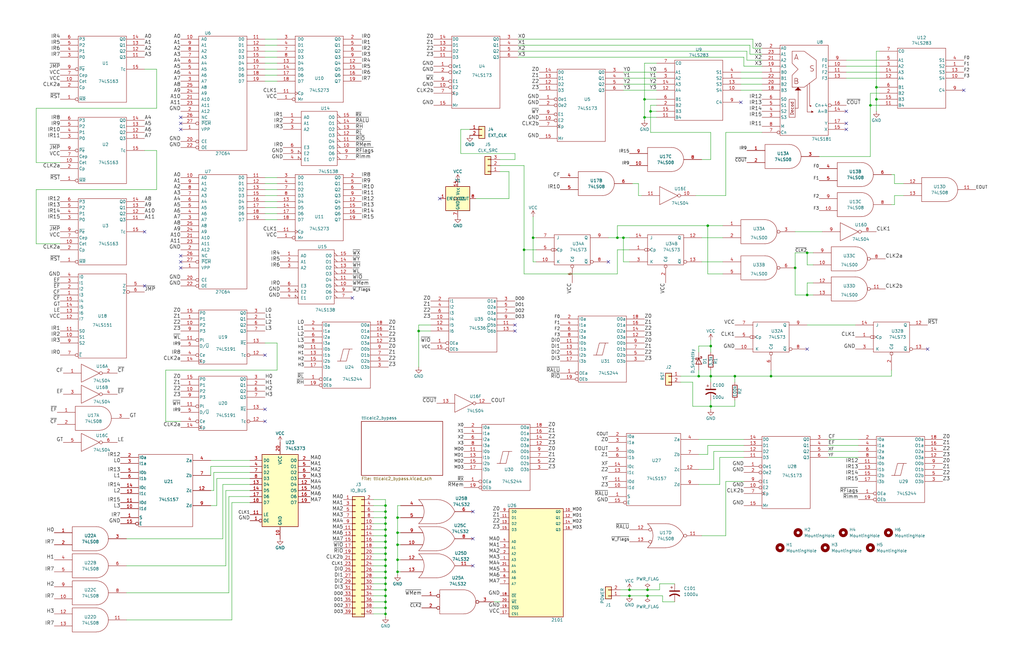
<source format=kicad_sch>
(kicad_sch (version 20250114) (generator "eeschema") (generator_version "9.0")
  (paper "USLedger")
  (title_block (title "TTL Calculator Logic Board") (date "2025-02-12") (rev "B"))
  (junction (at 162.56 213.36))
  (junction (at 162.56 251.46))
  (junction (at 162.56 215.9))
  (junction (at 162.56 243.84))
  (junction (at 265.43 251.46))
  (junction (at 162.56 259.08))
  (junction (at 162.56 218.44))
  (junction (at 162.56 226.06))
  (junction (at 167.64 218.44))
  (junction (at 294.64 158.75))
  (junction (at 325.12 158.75))
  (junction (at 162.56 246.38))
  (junction (at 262.89 100.33))
  (junction (at 273.05 251.46))
  (junction (at 265.43 248.92))
  (junction (at 309.88 158.75))
  (junction (at 299.72 146.05))
  (junction (at 340.36 106.68))
  (junction (at 369.57 41.91))
  (junction (at 340.36 124.46))
  (junction (at 271.78 49.53))
  (junction (at 220.98 105.41))
  (junction (at 162.56 238.76))
  (junction (at 273.05 248.92))
  (junction (at 298.45 95.25))
  (junction (at 176.53 139.7))
  (junction (at 335.28 113.03))
  (junction (at 162.56 236.22))
  (junction (at 167.64 229.87))
  (junction (at 162.56 254))
  (junction (at 162.56 256.54))
  (junction (at 162.56 223.52))
  (junction (at 260.35 100.33))
  (junction (at 167.64 241.3))
  (junction (at 369.57 36.83))
  (junction (at 274.32 46.99))
  (junction (at 167.64 224.79))
  (junction (at 162.56 241.3))
  (junction (at 299.72 158.75))
  (junction (at 224.79 100.33))
  (junction (at 167.64 236.22))
  (junction (at 299.72 171.45))
  (junction (at 162.56 220.98))
  (junction (at 162.56 248.92))
  (junction (at 367.03 44.45))
  (junction (at 162.56 233.68))
  (junction (at 271.78 41.91))
  (junction (at 162.56 228.6))
  (junction (at 162.56 231.14))
  (no_connect (at 312.42 43.18))
  (no_connect (at 199.39 215.9))
  (no_connect (at 199.39 238.76))
  (no_connect (at 76.2 110.49))
  (no_connect (at 60.96 97.79))
  (no_connect (at 111.76 149.86))
  (no_connect (at 148.59 125.73))
  (no_connect (at 60.96 120.65))
  (no_connect (at 76.2 54.61))
  (no_connect (at 76.2 52.07))
  (no_connect (at 217.17 139.7))
  (no_connect (at 199.39 227.33))
  (no_connect (at 76.2 49.53))
  (no_connect (at 406.4 38.1))
  (no_connect (at 391.16 147.32))
  (no_connect (at 356.87 54.61))
  (no_connect (at 111.76 177.8))
  (no_connect (at 340.36 147.32))
  (no_connect (at 256.54 110.49))
  (no_connect (at 76.2 107.95))
  (no_connect (at 111.76 172.72))
  (no_connect (at 356.87 52.07))
  (no_connect (at 356.87 46.99))
  (no_connect (at 185.42 83.82))
  (no_connect (at 76.2 113.03))
  (no_connect (at 217.17 137.16))
  (wire (pts (xy 313.69 27.94) (xy 313.69 24.13)))
  (wire (pts (xy 162.56 248.92) (xy 162.56 246.38)))
  (wire (pts (xy 377.19 73.66) (xy 375.92 73.66)))
  (wire (pts (xy 265.43 251.46) (xy 273.05 251.46)))
  (wire (pts (xy 299.72 146.05) (xy 299.72 148.59)))
  (wire (pts (xy 377.19 82.55) (xy 377.19 86.36)))
  (wire (pts (xy 306.07 226.06) (xy 306.07 203.2)))
  (wire (pts (xy 309.88 158.75) (xy 309.88 161.29)))
  (wire (pts (xy 69.85 177.8) (xy 76.2 177.8)))
  (wire (pts (xy 260.35 95.25) (xy 260.35 100.33)))
  (wire (pts (xy 105.41 204.47) (xy 93.98 204.47)))
  (wire (pts (xy 295.91 226.06) (xy 306.07 226.06)))
  (wire (pts (xy 309.88 171.45) (xy 309.88 168.91)))
  (wire (pts (xy 265.43 105.41) (xy 260.35 105.41)))
  (wire (pts (xy 335.28 124.46) (xy 340.36 124.46)))
  (wire (pts (xy 342.9 119.38) (xy 340.36 119.38)))
  (wire (pts (xy 256.54 100.33) (xy 260.35 100.33)))
  (wire (pts (xy 262.89 35.56) (xy 276.86 35.56)))
  (wire (pts (xy 299.72 156.21) (xy 299.72 158.75)))
  (wire (pts (xy 349.25 185.42) (xy 361.95 185.42)))
  (wire (pts (xy 88.9 194.31) (xy 105.41 194.31)))
  (wire (pts (xy 96.52 250.19) (xy 53.34 250.19)))
  (wire (pts (xy 370.84 39.37) (xy 367.03 39.37)))
  (wire (pts (xy 157.48 236.22) (xy 162.56 236.22)))
  (wire (pts (xy 15.24 45.72) (xy 15.24 68.58)))
  (wire (pts (xy 271.78 49.53) (xy 271.78 50.8)))
  (wire (pts (xy 176.53 137.16) (xy 176.53 139.7)))
  (wire (pts (xy 377.19 77.47) (xy 377.19 73.66)))
  (wire (pts (xy 278.13 248.92) (xy 273.05 248.92)))
  (wire (pts (xy 321.31 20.32) (xy 317.5 20.32)))
  (wire (pts (xy 269.24 82.55) (xy 269.24 77.47)))
  (wire (pts (xy 220.98 105.41) (xy 220.98 115.57)))
  (wire (pts (xy 157.48 223.52) (xy 162.56 223.52)))
  (wire (pts (xy 162.56 241.3) (xy 162.56 238.76)))
  (wire (pts (xy 370.84 33.02) (xy 356.87 33.02)))
  (wire (pts (xy 157.48 254) (xy 162.56 254)))
  (wire (pts (xy 116.84 16.51) (xy 111.76 16.51)))
  (wire (pts (xy 95.25 238.76) (xy 53.34 238.76)))
  (wire (pts (xy 375.92 158.75) (xy 375.92 156.21)))
  (wire (pts (xy 226.06 100.33) (xy 224.79 100.33)))
  (wire (pts (xy 300.99 190.5) (xy 313.69 190.5)))
  (wire (pts (xy 262.89 30.48) (xy 276.86 30.48)))
  (wire (pts (xy 90.17 199.39) (xy 90.17 207.01)))
  (wire (pts (xy 157.48 210.82) (xy 162.56 210.82)))
  (wire (pts (xy 304.8 110.49) (xy 295.91 110.49)))
  (wire (pts (xy 299.72 67.31) (xy 299.72 55.88)))
  (wire (pts (xy 105.41 212.09) (xy 97.79 212.09)))
  (wire (pts (xy 306.07 82.55) (xy 293.37 82.55)))
  (wire (pts (xy 276.86 49.53) (xy 271.78 49.53)))
  (wire (pts (xy 369.57 21.59) (xy 369.57 36.83)))
  (wire (pts (xy 210.82 72.39) (xy 214.63 72.39)))
  (wire (pts (xy 220.98 105.41) (xy 226.06 105.41)))
  (wire (pts (xy 287.02 158.75) (xy 294.64 158.75)))
  (wire (pts (xy 299.72 158.75) (xy 309.88 158.75)))
  (wire (pts (xy 116.84 21.59) (xy 111.76 21.59)))
  (wire (pts (xy 66.04 29.21) (xy 66.04 45.72)))
  (wire (pts (xy 116.84 26.67) (xy 111.76 26.67)))
  (wire (pts (xy 284.48 246.38) (xy 278.13 246.38)))
  (wire (pts (xy 105.41 199.39) (xy 90.17 199.39)))
  (wire (pts (xy 116.84 144.78) (xy 116.84 156.21)))
  (wire (pts (xy 321.31 55.88) (xy 306.07 55.88)))
  (wire (pts (xy 105.41 209.55) (xy 96.52 209.55)))
  (wire (pts (xy 167.64 224.79) (xy 167.64 229.87)))
  (wire (pts (xy 276.86 38.1) (xy 262.89 38.1)))
  (wire (pts (xy 276.86 33.02) (xy 262.89 33.02)))
  (wire (pts (xy 162.56 231.14) (xy 162.56 228.6)))
  (wire (pts (xy 116.84 29.21) (xy 111.76 29.21)))
  (wire (pts (xy 309.88 158.75) (xy 325.12 158.75)))
  (wire (pts (xy 321.31 25.4) (xy 314.96 25.4)))
  (wire (pts (xy 342.9 111.76) (xy 340.36 111.76)))
  (wire (pts (xy 167.64 236.22) (xy 168.91 236.22)))
  (wire (pts (xy 303.53 204.47) (xy 303.53 193.04)))
  (wire (pts (xy 342.9 106.68) (xy 340.36 106.68)))
  (wire (pts (xy 220.98 69.85) (xy 220.98 105.41)))
  (wire (pts (xy 111.76 87.63) (xy 116.84 87.63)))
  (wire (pts (xy 93.98 227.33) (xy 53.34 227.33)))
  (wire (pts (xy 278.13 246.38) (xy 278.13 248.92)))
  (wire (pts (xy 340.36 106.68) (xy 335.28 106.68)))
  (wire (pts (xy 276.86 26.67) (xy 271.78 26.67)))
  (wire (pts (xy 105.41 196.85) (xy 88.9 196.85)))
  (wire (pts (xy 176.53 139.7) (xy 181.61 139.7)))
  (wire (pts (xy 298.45 95.25) (xy 260.35 95.25)))
  (wire (pts (xy 284.48 254) (xy 279.4 254)))
  (wire (pts (xy 279.4 254) (xy 279.4 251.46)))
  (wire (pts (xy 303.53 193.04) (xy 313.69 193.04)))
  (wire (pts (xy 271.78 26.67) (xy 271.78 41.91)))
  (wire (pts (xy 265.43 248.92) (xy 273.05 248.92)))
  (wire (pts (xy 361.95 187.96) (xy 349.25 187.96)))
  (wire (pts (xy 367.03 66.04) (xy 367.03 44.45)))
  (wire (pts (xy 292.1 171.45) (xy 292.1 161.29)))
  (wire (pts (xy 167.64 213.36) (xy 167.64 218.44)))
  (wire (pts (xy 162.56 226.06) (xy 162.56 223.52)))
  (wire (pts (xy 349.25 190.5) (xy 361.95 190.5)))
  (wire (pts (xy 162.56 213.36) (xy 157.48 213.36)))
  (wire (pts (xy 96.52 209.55) (xy 96.52 250.19)))
  (wire (pts (xy 276.86 46.99) (xy 274.32 46.99)))
  (wire (pts (xy 168.91 213.36) (xy 167.64 213.36)))
  (wire (pts (xy 162.56 228.6) (xy 162.56 226.06)))
  (wire (pts (xy 340.36 119.38) (xy 340.36 124.46)))
  (wire (pts (xy 116.84 31.75) (xy 111.76 31.75)))
  (wire (pts (xy 162.56 254) (xy 162.56 251.46)))
  (wire (pts (xy 292.1 171.45) (xy 299.72 171.45)))
  (wire (pts (xy 274.32 46.99) (xy 274.32 55.88)))
  (wire (pts (xy 217.17 67.31) (xy 217.17 64.77)))
  (wire (pts (xy 157.48 259.08) (xy 162.56 259.08)))
  (wire (pts (xy 340.36 111.76) (xy 340.36 106.68)))
  (wire (pts (xy 111.76 92.71) (xy 116.84 92.71)))
  (wire (pts (xy 157.48 251.46) (xy 162.56 251.46)))
  (wire (pts (xy 369.57 41.91) (xy 369.57 46.99)))
  (wire (pts (xy 194.31 64.77) (xy 194.31 54.61)))
  (wire (pts (xy 116.84 24.13) (xy 111.76 24.13)))
  (wire (pts (xy 260.35 100.33) (xy 262.89 100.33)))
  (wire (pts (xy 97.79 261.62) (xy 53.34 261.62)))
  (wire (pts (xy 214.63 83.82) (xy 200.66 83.82)))
  (wire (pts (xy 66.04 63.5) (xy 66.04 80.01)))
  (wire (pts (xy 321.31 22.86) (xy 316.23 22.86)))
  (wire (pts (xy 317.5 16.51) (xy 218.44 16.51)))
  (wire (pts (xy 157.48 226.06) (xy 162.56 226.06)))
  (wire (pts (xy 15.24 102.87) (xy 25.4 102.87)))
  (wire (pts (xy 210.82 67.31) (xy 217.17 67.31)))
  (wire (pts (xy 66.04 80.01) (xy 15.24 80.01)))
  (wire (pts (xy 157.48 218.44) (xy 162.56 218.44)))
  (wire (pts (xy 370.84 21.59) (xy 369.57 21.59)))
  (wire (pts (xy 66.04 45.72) (xy 15.24 45.72)))
  (wire (pts (xy 162.56 223.52) (xy 162.56 220.98)))
  (wire (pts (xy 271.78 41.91) (xy 271.78 49.53)))
  (wire (pts (xy 306.07 55.88) (xy 306.07 82.55)))
  (wire (pts (xy 116.84 19.05) (xy 111.76 19.05)))
  (wire (pts (xy 157.48 220.98) (xy 162.56 220.98)))
  (wire (pts (xy 314.96 21.59) (xy 218.44 21.59)))
  (wire (pts (xy 274.32 44.45) (xy 274.32 46.99)))
  (wire (pts (xy 299.72 143.51) (xy 299.72 146.05)))
  (wire (pts (xy 208.28 254) (xy 210.82 254)))
  (wire (pts (xy 294.64 156.21) (xy 294.64 158.75)))
  (wire (pts (xy 299.72 171.45) (xy 309.88 171.45)))
  (wire (pts (xy 260.35 115.57) (xy 220.98 115.57)))
  (wire (pts (xy 299.72 146.05) (xy 294.64 146.05)))
  (wire (pts (xy 299.72 158.75) (xy 299.72 161.29)))
  (wire (pts (xy 316.23 19.05) (xy 218.44 19.05)))
  (wire (pts (xy 312.42 30.48) (xy 321.31 30.48)))
  (wire (pts (xy 88.9 196.85) (xy 88.9 200.66)))
  (wire (pts (xy 194.31 54.61) (xy 198.12 54.61)))
  (wire (pts (xy 116.84 156.21) (xy 69.85 156.21)))
  (wire (pts (xy 299.72 55.88) (xy 274.32 55.88)))
  (wire (pts (xy 90.17 207.01) (xy 88.9 207.01)))
  (wire (pts (xy 279.4 251.46) (xy 273.05 251.46)))
  (wire (pts (xy 299.72 168.91) (xy 299.72 171.45)))
  (wire (pts (xy 294.64 146.05) (xy 294.64 148.59)))
  (wire (pts (xy 321.31 27.94) (xy 313.69 27.94)))
  (wire (pts (xy 335.28 113.03) (xy 335.28 124.46)))
  (wire (pts (xy 157.48 215.9) (xy 162.56 215.9)))
  (wire (pts (xy 111.76 90.17) (xy 116.84 90.17)))
  (wire (pts (xy 269.24 77.47) (xy 266.7 77.47)))
  (wire (pts (xy 261.62 248.92) (xy 265.43 248.92)))
  (wire (pts (xy 162.56 233.68) (xy 162.56 231.14)))
  (wire (pts (xy 345.44 66.04) (xy 367.03 66.04)))
  (wire (pts (xy 224.79 100.33) (xy 224.79 110.49)))
  (wire (pts (xy 370.84 41.91) (xy 369.57 41.91)))
  (wire (pts (xy 157.48 238.76) (xy 162.56 238.76)))
  (wire (pts (xy 162.56 238.76) (xy 162.56 236.22)))
  (wire (pts (xy 167.64 229.87) (xy 168.91 229.87)))
  (wire (pts (xy 340.36 137.16) (xy 360.68 137.16)))
  (wire (pts (xy 15.24 80.01) (xy 15.24 102.87)))
  (wire (pts (xy 317.5 20.32) (xy 317.5 16.51)))
  (wire (pts (xy 312.42 38.1) (xy 321.31 38.1)))
  (wire (pts (xy 294.64 198.12) (xy 300.99 198.12)))
  (wire (pts (xy 60.96 29.21) (xy 66.04 29.21)))
  (wire (pts (xy 162.56 243.84) (xy 162.56 241.3)))
  (wire (pts (xy 167.64 241.3) (xy 167.64 242.57)))
  (wire (pts (xy 335.28 97.79) (xy 346.71 97.79)))
  (wire (pts (xy 167.64 236.22) (xy 167.64 241.3)))
  (wire (pts (xy 306.07 203.2) (xy 313.69 203.2)))
  (wire (pts (xy 294.64 191.77) (xy 298.45 191.77)))
  (wire (pts (xy 262.89 100.33) (xy 265.43 100.33)))
  (wire (pts (xy 314.96 25.4) (xy 314.96 21.59)))
  (wire (pts (xy 111.76 74.93) (xy 116.84 74.93)))
  (wire (pts (xy 162.56 218.44) (xy 162.56 215.9)))
  (wire (pts (xy 167.64 218.44) (xy 167.64 224.79)))
  (wire (pts (xy 298.45 115.57) (xy 298.45 95.25)))
  (wire (pts (xy 95.25 207.01) (xy 95.25 238.76)))
  (wire (pts (xy 304.8 95.25) (xy 298.45 95.25)))
  (wire (pts (xy 217.17 64.77) (xy 194.31 64.77)))
  (wire (pts (xy 304.8 115.57) (xy 298.45 115.57)))
  (wire (pts (xy 298.45 187.96) (xy 313.69 187.96)))
  (wire (pts (xy 157.48 246.38) (xy 162.56 246.38)))
  (wire (pts (xy 111.76 144.78) (xy 116.84 144.78)))
  (wire (pts (xy 15.24 68.58) (xy 25.4 68.58)))
  (wire (pts (xy 157.48 228.6) (xy 162.56 228.6)))
  (wire (pts (xy 370.84 25.4) (xy 356.87 25.4)))
  (wire (pts (xy 91.44 213.36) (xy 88.9 213.36)))
  (wire (pts (xy 316.23 22.86) (xy 316.23 19.05)))
  (wire (pts (xy 162.56 236.22) (xy 162.56 233.68)))
  (wire (pts (xy 340.36 124.46) (xy 342.9 124.46)))
  (wire (pts (xy 367.03 39.37) (xy 367.03 44.45)))
  (wire (pts (xy 381 77.47) (xy 377.19 77.47)))
  (wire (pts (xy 162.56 246.38) (xy 162.56 243.84)))
  (wire (pts (xy 162.56 210.82) (xy 162.56 213.36)))
  (wire (pts (xy 97.79 212.09) (xy 97.79 261.62)))
  (wire (pts (xy 105.41 201.93) (xy 91.44 201.93)))
  (wire (pts (xy 356.87 27.94) (xy 370.84 27.94)))
  (wire (pts (xy 298.45 191.77) (xy 298.45 187.96)))
  (wire (pts (xy 162.56 260.35) (xy 162.56 259.08)))
  (wire (pts (xy 167.64 218.44) (xy 168.91 218.44)))
  (wire (pts (xy 356.87 30.48) (xy 370.84 30.48)))
  (wire (pts (xy 276.86 44.45) (xy 274.32 44.45)))
  (wire (pts (xy 262.89 110.49) (xy 262.89 100.33)))
  (wire (pts (xy 157.48 241.3) (xy 162.56 241.3)))
  (wire (pts (xy 69.85 156.21) (xy 69.85 177.8)))
  (wire (pts (xy 260.35 105.41) (xy 260.35 115.57)))
  (wire (pts (xy 157.48 256.54) (xy 162.56 256.54)))
  (wire (pts (xy 261.62 251.46) (xy 265.43 251.46)))
  (wire (pts (xy 157.48 243.84) (xy 162.56 243.84)))
  (wire (pts (xy 325.12 158.75) (xy 325.12 156.21)))
  (wire (pts (xy 111.76 80.01) (xy 116.84 80.01)))
  (wire (pts (xy 370.84 36.83) (xy 369.57 36.83)))
  (wire (pts (xy 224.79 110.49) (xy 226.06 110.49)))
  (wire (pts (xy 367.03 44.45) (xy 370.84 44.45)))
  (wire (pts (xy 377.19 86.36) (xy 375.92 86.36)))
  (wire (pts (xy 299.72 67.31) (xy 295.91 67.31)))
  (wire (pts (xy 167.64 229.87) (xy 167.64 236.22)))
  (wire (pts (xy 299.72 171.45) (xy 299.72 172.72)))
  (wire (pts (xy 111.76 82.55) (xy 116.84 82.55)))
  (wire (pts (xy 294.64 204.47) (xy 303.53 204.47)))
  (wire (pts (xy 176.53 137.16) (xy 181.61 137.16)))
  (wire (pts (xy 335.28 106.68) (xy 335.28 113.03)))
  (wire (pts (xy 93.98 204.47) (xy 93.98 227.33)))
  (wire (pts (xy 210.82 69.85) (xy 220.98 69.85)))
  (wire (pts (xy 162.56 220.98) (xy 162.56 218.44)))
  (wire (pts (xy 361.95 193.04) (xy 349.25 193.04)))
  (wire (pts (xy 270.51 82.55) (xy 269.24 82.55)))
  (wire (pts (xy 111.76 85.09) (xy 116.84 85.09)))
  (wire (pts (xy 325.12 158.75) (xy 375.92 158.75)))
  (wire (pts (xy 214.63 72.39) (xy 214.63 83.82)))
  (wire (pts (xy 294.64 158.75) (xy 299.72 158.75)))
  (wire (pts (xy 313.69 24.13) (xy 218.44 24.13)))
  (wire (pts (xy 162.56 215.9) (xy 162.56 213.36)))
  (wire (pts (xy 162.56 259.08) (xy 162.56 256.54)))
  (wire (pts (xy 105.41 207.01) (xy 95.25 207.01)))
  (wire (pts (xy 162.56 251.46) (xy 162.56 248.92)))
  (wire (pts (xy 157.48 248.92) (xy 162.56 248.92)))
  (wire (pts (xy 60.96 63.5) (xy 66.04 63.5)))
  (wire (pts (xy 369.57 36.83) (xy 369.57 41.91)))
  (wire (pts (xy 111.76 77.47) (xy 116.84 77.47)))
  (wire (pts (xy 312.42 33.02) (xy 321.31 33.02)))
  (wire (pts (xy 294.64 185.42) (xy 313.69 185.42)))
  (wire (pts (xy 167.64 224.79) (xy 168.91 224.79)))
  (wire (pts (xy 304.8 100.33) (xy 295.91 100.33)))
  (wire (pts (xy 381 82.55) (xy 377.19 82.55)))
  (wire (pts (xy 162.56 256.54) (xy 162.56 254)))
  (wire (pts (xy 116.84 34.29) (xy 111.76 34.29)))
  (wire (pts (xy 265.43 110.49) (xy 262.89 110.49)))
  (wire (pts (xy 224.79 91.44) (xy 224.79 100.33)))
  (wire (pts (xy 157.48 233.68) (xy 162.56 233.68)))
  (wire (pts (xy 91.44 201.93) (xy 91.44 213.36)))
  (wire (pts (xy 157.48 231.14) (xy 162.56 231.14)))
  (wire (pts (xy 300.99 198.12) (xy 300.99 190.5)))
  (wire (pts (xy 276.86 41.91) (xy 271.78 41.91)))
  (wire (pts (xy 176.53 139.7) (xy 176.53 154.94)))
  (wire (pts (xy 292.1 161.29) (xy 287.02 161.29)))
  (wire (pts (xy 312.42 35.56) (xy 321.31 35.56)))
  (wire (pts (xy 167.64 241.3) (xy 168.91 241.3)))
  (label "EF" (at 25.4 119.38 180) (effects (font (size 1.524 1.524))))
  (label "~{EF}" (at 25.4 121.92 180) (effects (font (size 1.524 1.524))))
  (label "Y1" (at 276.86 33.02 180) (effects (font (size 1.524 1.524))))
  (label "IR15" (at 25.4 92.71 180) (effects (font (size 1.524 1.524))))
  (label "Z1" (at 210.82 218.44 180) (effects (font (size 1.524 1.524))))
  (label "L0" (at 111.76 132.08 0) (effects (font (size 1.524 1.524))))
  (label "MA1" (at 210.82 231.14 180) (effects (font (size 1.524 1.524))))
  (label "Z1" (at 76.2 134.62 180) (effects (font (size 1.524 1.524))))
  (label "CLK2b" (at 182.88 39.37 180) (effects (font (size 1.524 1.524))))
  (label "IR3" (at 25.4 144.78 180) (effects (font (size 1.524 1.524))))
  (label "GND" (at 309.88 147.32 180) (effects (font (size 1.524 1.524))))
  (label "IR13" (at 152.4 87.63 0) (effects (font (size 1.524 1.524))))
  (label "~{WMem}" (at 177.8 251.46 180) (effects (font (size 1.524 1.524))))
  (label "VCC" (at 116.84 41.91 180) (effects (font (size 1.524 1.524))))
  (label "VCC" (at 116.84 100.33 180) (effects (font (size 1.524 1.524))))
  (label "~{RALU}" (at 256.54 209.55 180) (effects (font (size 1.524 1.524))))
  (label "MA4" (at 130.81 204.47 0) (effects (font (size 1.524 1.524))))
  (label "F0" (at 406.4 25.4 0))
  (label "MA7" (at 144.78 228.6 180) (effects (font (size 1.524 1.524))))
  (label "L3" (at 50.8 214.63 180) (effects (font (size 1.524 1.524))))
  (label "GND" (at 313.69 196.85 180) (effects (font (size 1.524 1.524))))
  (label "~{WIO}" (at 144.78 231.14 180) (effects (font (size 1.524 1.524))))
  (label "A10" (at 76.2 41.91 180) (effects (font (size 1.524 1.524))))
  (label "CF" (at 25.4 124.46 180) (effects (font (size 1.524 1.524))))
  (label "MA6" (at 144.78 226.06 180) (effects (font (size 1.524 1.524))))
  (label "IR3" (at 152.4 24.13 0) (effects (font (size 1.524 1.524))))
  (label "H2" (at 22.86 247.65 180) (effects (font (size 1.524 1.524))))
  (label "Z3" (at 271.78 152.4 0) (effects (font (size 1.524 1.524))))
  (label "GND" (at 105.41 219.71 180) (effects (font (size 1.524 1.524))))
  (label "F0" (at 236.22 134.62 180))
  (label "IR3" (at 119.38 54.61 180) (effects (font (size 1.524 1.524))))
  (label "GND" (at 227.33 50.8 180) (effects (font (size 1.524 1.524))))
  (label "CLK2a" (at 25.4 71.12 180) (effects (font (size 1.524 1.524))))
  (label "Z1" (at 397.51 198.12 0) (effects (font (size 1.524 1.524))))
  (label "A5" (at 76.2 87.63 180) (effects (font (size 1.524 1.524))))
  (label "VCC" (at 241.3 119.38 270) (effects (font (size 1.524 1.524))))
  (label "IR5" (at 118.11 110.49 180) (effects (font (size 1.524 1.524))))
  (label "Z3" (at 182.88 24.13 180) (effects (font (size 1.524 1.524))))
  (label "F2" (at 345.44 83.82 180))
  (label "CLK2a" (at 76.2 152.4 180) (effects (font (size 1.524 1.524))))
  (label "~{W_Flags}" (at 265.43 228.6 180))
  (label "MA4" (at 144.78 220.98 180) (effects (font (size 1.524 1.524))))
  (label "IR9" (at 152.4 77.47 0) (effects (font (size 1.524 1.524))))
  (label "~{RST}" (at 391.16 137.16 0) (effects (font (size 1.524 1.524))))
  (label "Y0" (at 276.86 30.48 180) (effects (font (size 1.524 1.524))))
  (label "VCC" (at 25.4 100.33 180) (effects (font (size 1.524 1.524))))
  (label "MD0" (at 195.58 190.5 180))
  (label "XF" (at 256.54 196.85 180) (effects (font (size 1.524 1.524))))
  (label "X2" (at 218.44 21.59 0) (effects (font (size 1.524 1.524))))
  (label "L3" (at 128.27 144.78 180) (effects (font (size 1.524 1.524))))
  (label "GND" (at 227.33 44.45 180) (effects (font (size 1.524 1.524))))
  (label "CLK1" (at 105.41 217.17 180))
  (label "Z2" (at 76.2 137.16 180) (effects (font (size 1.524 1.524))))
  (label "DO2" (at 217.17 132.08 0))
  (label "H2" (at 128.27 152.4 180))
  (label "~{RIO}" (at 149.86 59.69 0) (effects (font (size 1.524 1.524))))
  (label "GT" (at 54.61 176.53 0) (effects (font (size 1.524 1.524))))
  (label "IR7" (at 22.86 229.87 180) (effects (font (size 1.524 1.524))))
  (label "Z2" (at 163.83 142.24 0) (effects (font (size 1.524 1.524))))
  (label "IR14" (at 25.4 90.17 180) (effects (font (size 1.524 1.524))))
  (label "F2" (at 406.4 30.48 0))
  (label "IR13" (at 50.8 199.39 180) (effects (font (size 1.524 1.524))))
  (label "IR13" (at 25.4 87.63 180) (effects (font (size 1.524 1.524))))
  (label "X3" (at 195.58 187.96 180))
  (label "IR9" (at 76.2 173.99 180))
  (label "A0" (at 76.2 74.93 180) (effects (font (size 1.524 1.524))))
  (label "Z0" (at 271.78 144.78 0) (effects (font (size 1.524 1.524))))
  (label "~{RImm}" (at 149.86 67.31 0) (effects (font (size 1.524 1.524))))
  (label "GND" (at 76.2 46.99 180) (effects (font (size 1.524 1.524))))
  (label "Z3" (at 397.51 193.04 0) (effects (font (size 1.524 1.524))))
  (label "Z3" (at 256.54 205.74 180) (effects (font (size 1.524 1.524))))
  (label "GND" (at 76.2 118.11 180) (effects (font (size 1.524 1.524))))
  (label "Z2" (at 271.78 149.86 0) (effects (font (size 1.524 1.524))))
  (label "IR8" (at 76.2 149.86 180) (effects (font (size 1.524 1.524))))
  (label "IR0" (at 118.11 120.65 180) (effects (font (size 1.524 1.524))))
  (label "CF" (at 26.67 157.48 180) (effects (font (size 1.524 1.524))))
  (label "MA0" (at 144.78 210.82 180) (effects (font (size 1.524 1.524))))
  (label "~{WL}" (at 76.2 143.51 180) (effects (font (size 1.524 1.524))))
  (label "Y3" (at 262.89 38.1 0) (effects (font (size 1.524 1.524))))
  (label "X0" (at 195.58 180.34 180))
  (label "IR15" (at 152.4 92.71 0) (effects (font (size 1.524 1.524))))
  (label "MD0" (at 241.3 215.9 0))
  (label "IR1" (at 119.38 49.53 180) (effects (font (size 1.524 1.524))))
  (label "H1" (at 22.86 236.22 180) (effects (font (size 1.524 1.524))))
  (label "A2" (at 60.96 21.59 0) (effects (font (size 1.524 1.524))))
  (label "IR13" (at 361.95 198.12 180) (effects (font (size 1.524 1.524))))
  (label "DO0" (at 144.78 251.46 180))
  (label "~{WL}" (at 148.59 115.57 0) (effects (font (size 1.524 1.524))))
  (label "X1" (at 321.31 22.86 180) (effects (font (size 1.524 1.524))))
  (label "CLK2a" (at 25.4 36.83 180) (effects (font (size 1.524 1.524))))
  (label "~{RX}" (at 149.86 49.53 0))
  (label "GND" (at 256.54 212.09 180) (effects (font (size 1.524 1.524))))
  (label "GND" (at 182.88 30.48 180) (effects (font (size 1.524 1.524))))
  (label "DO0" (at 217.17 127 0))
  (label "MA0" (at 210.82 228.6 180) (effects (font (size 1.524 1.524))))
  (label "~{WX}" (at 182.88 34.29 180) (effects (font (size 1.524 1.524))))
  (label "DI0" (at 236.22 144.78 180) (effects (font (size 1.524 1.524))))
  (label "A3" (at 76.2 24.13 180) (effects (font (size 1.524 1.524))))
  (label "Z3" (at 231.14 187.96 0) (effects (font (size 1.524 1.524))))
  (label "IR10" (at 236.22 80.01 180) (effects (font (size 1.524 1.524))))
  (label "Z0" (at 231.14 180.34 0) (effects (font (size 1.524 1.524))))
  (label "~{RALU}" (at 236.22 157.48 180) (effects (font (size 1.524 1.524))))
  (label "~{WIO}" (at 181.61 144.78 180) (effects (font (size 1.524 1.524))))
  (label "Z0" (at 271.78 134.62 0) (effects (font (size 1.524 1.524))))
  (label "IR7" (at 25.4 24.13 180) (effects (font (size 1.524 1.524))))
  (label "CLK2b" (at 373.38 121.92 0) (effects (font (size 1.524 1.524))))
  (label "MD2" (at 195.58 195.58 180))
  (label "~{RL}" (at 149.86 57.15 0) (effects (font (size 1.524 1.524))))
  (label "IR7" (at 152.4 34.29 0) (effects (font (size 1.524 1.524))))
  (label "Z3" (at 163.83 144.78 0) (effects (font (size 1.524 1.524))))
  (label "DI2" (at 236.22 149.86 180) (effects (font (size 1.524 1.524))))
  (label "MD3" (at 241.3 223.52 0))
  (label "~{WY}" (at 148.59 110.49 0) (effects (font (size 1.524 1.524))))
  (label "Z0" (at 163.83 147.32 0) (effects (font (size 1.524 1.524))))
  (label "MA7" (at 130.81 212.09 0) (effects (font (size 1.524 1.524))))
  (label "~{RFlags}" (at 149.86 64.77 0) (effects (font (size 1.524 1.524))))
  (label "X1" (at 218.44 19.05 0) (effects (font (size 1.524 1.524))))
  (label "IR11" (at 321.31 53.34 180) (effects (font (size 1.524 1.524))))
  (label "Z3" (at 231.14 198.12 0) (effects (font (size 1.524 1.524))))
  (label "A5" (at 76.2 29.21 180) (effects (font (size 1.524 1.524))))
  (label "F3" (at 236.22 142.24 180))
  (label "MA6" (at 130.81 209.55 0) (effects (font (size 1.524 1.524))))
  (label "IR1" (at 152.4 19.05 0) (effects (font (size 1.524 1.524))))
  (label "Z0" (at 231.14 190.5 0) (effects (font (size 1.524 1.524))))
  (label "~{JMP}" (at 25.4 97.79 180) (effects (font (size 1.524 1.524))))
  (label "A4" (at 60.96 50.8 0) (effects (font (size 1.524 1.524))))
  (label "~{RIO}" (at 236.22 160.02 180) (effects (font (size 1.524 1.524))))
  (label "A6" (at 76.2 90.17 180) (effects (font (size 1.524 1.524))))
  (label "Z3" (at 181.61 134.62 180) (effects (font (size 1.524 1.524))))
  (label "IR7" (at 22.86 264.16 180) (effects (font (size 1.524 1.524))))
  (label "F1" (at 345.44 76.2 180))
  (label "~{RH}" (at 149.86 54.61 0) (effects (font (size 1.524 1.524))))
  (label "Z1" (at 163.83 139.7 0) (effects (font (size 1.524 1.524))))
  (label "Z0" (at 181.61 127 180) (effects (font (size 1.524 1.524))))
  (label "IR4" (at 118.11 107.95 180) (effects (font (size 1.524 1.524))))
  (label "A10" (at 60.96 90.17 0) (effects (font (size 1.524 1.524))))
  (label "EF" (at 26.67 166.37 180) (effects (font (size 1.524 1.524))))
  (label "GT" (at 25.4 129.54 180) (effects (font (size 1.524 1.524))))
  (label "Z1" (at 271.78 137.16 0) (effects (font (size 1.524 1.524))))
  (label "A0" (at 60.96 16.51 0) (effects (font (size 1.524 1.524))))
  (label "L0" (at 50.8 195.58 180) (effects (font (size 1.524 1.524))))
  (label "A7" (at 76.2 92.71 180) (effects (font (size 1.524 1.524))))
  (label "F2" (at 236.22 139.7 180))
  (label "IR2" (at 119.38 52.07 180) (effects (font (size 1.524 1.524))))
  (label "~{RMem}" (at 195.58 205.74 180) (effects (font (size 1.524 1.524))))
  (label "Z3" (at 210.82 223.52 180) (effects (font (size 1.524 1.524))))
  (label "Z0" (at 256.54 186.69 180) (effects (font (size 1.524 1.524))))
  (label "IR7" (at 50.8 218.44 180) (effects (font (size 1.524 1.524))))
  (label "~{COUT}" (at 184.15 170.18 180) (effects (font (size 1.524 1.524))))
  (label "DO3" (at 144.78 259.08 180))
  (label "~{CF}" (at 49.53 157.48 0) (effects (font (size 1.524 1.524))))
  (label "~{RST}" (at 25.4 41.91 180) (effects (font (size 1.524 1.524))))
  (label "COUT" (at 256.54 184.15 180))
  (label "GND" (at 118.11 123.19 180) (effects (font (size 1.524 1.524))))
  (label "VCC" (at 25.4 134.62 180) (effects (font (size 1.524 1.524))))
  (label "EOUT" (at 411.48 80.01 0))
  (label "GND" (at 119.38 67.31 180) (effects (font (size 1.524 1.524))))
  (label "IR10" (at 152.4 80.01 0) (effects (font (size 1.524 1.524))))
  (label "Z2" (at 182.88 21.59 180) (effects (font (size 1.524 1.524))))
  (label "H1" (at 111.76 162.56 0) (effects (font (size 1.524 1.524))))
  (label "IR6" (at 118.11 113.03 180) (effects (font (size 1.524 1.524))))
  (label "GND" (at 313.69 205.74 180) (effects (font (size 1.524 1.524))))
  (label "~{RIO}" (at 144.78 233.68 180) (effects (font (size 1.524 1.524))))
  (label "EOUT" (at 256.54 190.5 180) (effects (font (size 1.524 1.524))))
  (label "~{RImm}" (at 361.95 210.82 180) (effects (font (size 1.524 1.524))))
  (label "MA2" (at 144.78 215.9 180) (effects (font (size 1.524 1.524))))
  (label "A11" (at 60.96 92.71 0) (effects (font (size 1.524 1.524))))
  (label "MA3" (at 130.81 201.93 0) (effects (font (size 1.524 1.524))))
  (label "~{JMP}" (at 25.4 29.21 180) (effects (font (size 1.524 1.524))))
  (label "Z1" (at 271.78 147.32 0) (effects (font (size 1.524 1.524))))
  (label "GND" (at 227.33 58.42 180) (effects (font (size 1.524 1.524))))
  (label "Z0" (at 76.2 132.08 180) (effects (font (size 1.524 1.524))))
  (label "~{JMP}" (at 25.4 63.5 180) (effects (font (size 1.524 1.524))))
  (label "A6" (at 76.2 31.75 180) (effects (font (size 1.524 1.524))))
  (label "IR11" (at 25.4 58.42 180) (effects (font (size 1.524 1.524))))
  (label "IR12" (at 361.95 195.58 180) (effects (font (size 1.524 1.524))))
  (label "MA5" (at 210.82 241.3 180) (effects (font (size 1.524 1.524))))
  (label "MA0" (at 130.81 194.31 0) (effects (font (size 1.524 1.524))))
  (label "IR9" (at 25.4 53.34 180) (effects (font (size 1.524 1.524))))
  (label "A1" (at 76.2 77.47 180) (effects (font (size 1.524 1.524))))
  (label "Z0" (at 397.51 185.42 0) (effects (font (size 1.524 1.524))))
  (label "Y2" (at 276.86 35.56 180) (effects (font (size 1.524 1.524))))
  (label "Y2" (at 262.89 35.56 0) (effects (font (size 1.524 1.524))))
  (label "L3" (at 111.76 139.7 0) (effects (font (size 1.524 1.524))))
  (label "~{RST}" (at 25.4 76.2 180) (effects (font (size 1.524 1.524))))
  (label "GND" (at 25.4 116.84 180) (effects (font (size 1.524 1.524))))
  (label "MA5" (at 144.78 223.52 180) (effects (font (size 1.524 1.524))))
  (label "VCC" (at 25.4 34.29 180) (effects (font (size 1.524 1.524))))
  (label "IR5" (at 25.4 19.05 180) (effects (font (size 1.524 1.524))))
  (label "~{RST}" (at 25.4 110.49 180) (effects (font (size 1.524 1.524))))
  (label "~{RH}" (at 128.27 162.56 180) (effects (font (size 1.524 1.524))))
  (label "EF" (at 349.25 187.96 0) (effects (font (size 1.524 1.524))))
  (label "Z2" (at 397.51 200.66 0) (effects (font (size 1.524 1.524))))
  (label "DI3" (at 144.78 248.92 180) (effects (font (size 1.524 1.524))))
  (label "A6" (at 60.96 55.88 0) (effects (font (size 1.524 1.524))))
  (label "~{EF}" (at 24.13 173.99 180) (effects (font (size 1.524 1.524))))
  (label "YF" (at 256.54 203.2 180) (effects (font (size 1.524 1.524))))
  (label "CLK1" (at 116.84 97.79 180) (effects (font (size 1.524 1.524))))
  (label "A8" (at 60.96 85.09 0) (effects (font (size 1.524 1.524))))
  (label "IR14" (at 361.95 200.66 180) (effects (font (size 1.524 1.524))))
  (label "H2" (at 111.76 165.1 0) (effects (font (size 1.524 1.524))))
  (label "~{RMem}" (at 149.86 62.23 0) (effects (font (size 1.524 1.524))))
  (label "DO2" (at 144.78 256.54 180))
  (label "GND" (at 76.2 105.41 180) (effects (font (size 1.524 1.524))))
  (label "Z1" (at 76.2 162.56 180) (effects (font (size 1.524 1.524))))
  (label "A9" (at 60.96 87.63 0) (effects (font (size 1.524 1.524))))
  (label "L1" (at 128.27 139.7 180) (effects (font (size 1.524 1.524))))
  (label "A10" (at 76.2 100.33 180) (effects (font (size 1.524 1.524))))
  (label "Y1" (at 262.89 33.02 0) (effects (font (size 1.524 1.524))))
  (label "Z3" (at 76.2 167.64 180) (effects (font (size 1.524 1.524))))
  (label "CLK1" (at 360.68 142.24 180) (effects (font (size 1.524 1.524))))
  (label "A9" (at 76.2 97.79 180) (effects (font (size 1.524 1.524))))
  (label "~{RFlags}" (at 361.95 208.28 180) (effects (font (size 1.524 1.524))))
  (label "CLK2a" (at 373.38 109.22 0) (effects (font (size 1.524 1.524))))
  (label "VCC" (at 181.61 147.32 180))
  (label "IR15" (at 361.95 203.2 180) (effects (font (size 1.524 1.524))))
  (label "GND" (at 227.33 41.91 180) (effects (font (size 1.524 1.524))))
  (label "A3" (at 76.2 82.55 180) (effects (font (size 1.524 1.524))))
  (label "Z0" (at 227.33 30.48 180) (effects (font (size 1.524 1.524))))
  (label "GND" (at 76.2 59.69 180) (effects (font (size 1.524 1.524))))
  (label "Z1" (at 397.51 187.96 0) (effects (font (size 1.524 1.524))))
  (label "~{CLK2}" (at 177.8 256.54 180))
  (label "Z3" (at 76.2 139.7 180) (effects (font (size 1.524 1.524))))
  (label "IR13" (at 321.31 44.45 180) (effects (font (size 1.524 1.524))))
  (label "MA3" (at 210.82 236.22 180) (effects (font (size 1.524 1.524))))
  (label "H3" (at 111.76 167.64 0) (effects (font (size 1.524 1.524))))
  (label "H3" (at 22.86 259.08 180) (effects (font (size 1.524 1.524))))
  (label "VCC" (at 25.4 66.04 180) (effects (font (size 1.524 1.524))))
  (label "~{WIO}" (at 148.59 118.11 0) (effects (font (size 1.524 1.524))))
  (label "CLK1" (at 309.88 142.24 180) (effects (font (size 1.524 1.524))))
  (label "Z0" (at 397.51 195.58 0) (effects (font (size 1.524 1.524))))
  (label "A1" (at 76.2 19.05 180) (effects (font (size 1.524 1.524))))
  (label "~{CLK2}" (at 335.28 106.68 0))
  (label "H3" (at 128.27 154.94 180))
  (label "IR12" (at 25.4 85.09 180) (effects (font (size 1.524 1.524))))
  (label "A5" (at 60.96 53.34 0) (effects (font (size 1.524 1.524))))
  (label "Z2" (at 181.61 132.08 180) (effects (font (size 1.524 1.524))))
  (label "DO1" (at 217.17 129.54 0))
  (label "CLK2b" (at 227.33 53.34 180) (effects (font (size 1.524 1.524))))
  (label "~{RL}" (at 128.27 160.02 180) (effects (font (size 1.524 1.524))))
  (label "L2" (at 50.8 208.28 180) (effects (font (size 1.524 1.524))))
  (label "IR14" (at 50.8 205.74 180) (effects (font (size 1.524 1.524))))
  (label "H0" (at 111.76 160.02 0) (effects (font (size 1.524 1.524))))
  (label "IR0" (at 152.4 16.51 0) (effects (font (size 1.524 1.524))))
  (label "IR15" (at 265.43 64.77 180))
  (label "VCC" (at 210.82 259.08 180) (effects (font (size 1.524 1.524))))
  (label "A2" (at 76.2 21.59 180) (effects (font (size 1.524 1.524))))
  (label "X0" (at 218.44 16.51 0) (effects (font (size 1.524 1.524))))
  (label "A11" (at 76.2 102.87 180) (effects (font (size 1.524 1.524))))
  (label "Y0" (at 262.89 30.48 0) (effects (font (size 1.524 1.524))))
  (label "GND" (at 182.88 36.83 180) (effects (font (size 1.524 1.524))))
  (label "H0" (at 128.27 147.32 180))
  (label "A4" (at 76.2 26.67 180) (effects (font (size 1.524 1.524))))
  (label "A9" (at 76.2 39.37 180) (effects (font (size 1.524 1.524))))
  (label "F3" (at 345.44 88.9 180))
  (label "DI1" (at 236.22 147.32 180) (effects (font (size 1.524 1.524))))
  (label "Z0" (at 76.2 160.02 180) (effects (font (size 1.524 1.524))))
  (label "A4" (at 76.2 85.09 180) (effects (font (size 1.524 1.524))))
  (label "CLK2a" (at 25.4 105.41 180) (effects (font (size 1.524 1.524))))
  (label "A7" (at 60.96 58.42 0) (effects (font (size 1.524 1.524))))
  (label "A1" (at 60.96 19.05 0) (effects (font (size 1.524 1.524))))
  (label "IR9" (at 265.43 69.85 180))
  (label "Z1" (at 163.83 149.86 0) (effects (font (size 1.524 1.524))))
  (label "~{WH}" (at 76.2 171.45 180) (effects (font (size 1.524 1.524))))
  (label "IR0" (at 119.38 62.23 180) (effects (font (size 1.524 1.524))))
  (label "IR12" (at 152.4 85.09 0) (effects (font (size 1.524 1.524))))
  (label "XF" (at 349.25 190.5 0))
  (label "IR9" (at 314.96 63.5 180))
  (label "GND" (at 360.68 147.32 180) (effects (font (size 1.524 1.524))))
  (label "DI1" (at 144.78 243.84 180) (effects (font (size 1.524 1.524))))
  (label "L1" (at 111.76 134.62 0) (effects (font (size 1.524 1.524))))
  (label "MD1" (at 195.58 193.04 180))
  (label "GND" (at 182.88 27.94 180) (effects (font (size 1.524 1.524))))
  (label "X3" (at 321.31 27.94 180) (effects (font (size 1.524 1.524))))
  (label "IR6" (at 152.4 31.75 0) (effects (font (size 1.524 1.524))))
  (label "CLK1" (at 144.78 238.76 180))
  (label "X3" (at 218.44 24.13 0) (effects (font (size 1.524 1.524))))
  (label "F1" (at 406.4 27.94 0))
  (label "~{WMem}" (at 148.59 120.65 0) (effects (font (size 1.524 1.524))))
  (label "CLK2a" (at 76.2 180.34 180) (effects (font (size 1.524 1.524))))
  (label "GND" (at 50.8 220.98 180) (effects (font (size 1.524 1.524))))
  (label "GND" (at 119.38 64.77 180) (effects (font (size 1.524 1.524))))
  (label "VCC" (at 25.4 31.75 180) (effects (font (size 1.524 1.524))))
  (label "IR5" (at 152.4 29.21 0) (effects (font (size 1.524 1.524))))
  (label "IR11" (at 152.4 82.55 0) (effects (font (size 1.524 1.524))))
  (label "Z1" (at 231.14 182.88 0) (effects (font (size 1.524 1.524))))
  (label "A11" (at 76.2 44.45 180) (effects (font (size 1.524 1.524))))
  (label "MA3" (at 144.78 218.44 180) (effects (font (size 1.524 1.524))))
  (label "Y3" (at 276.86 38.1 180) (effects (font (size 1.524 1.524))))
  (label "F3" (at 406.4 33.02 0))
  (label "IR9" (at 76.2 146.05 180))
  (label "X0" (at 321.31 20.32 180) (effects (font (size 1.524 1.524))))
  (label "Z2" (at 76.2 165.1 180) (effects (font (size 1.524 1.524))))
  (label "GND" (at 210.82 256.54 180) (effects (font (size 1.524 1.524))))
  (label "IR0" (at 25.4 149.86 180) (effects (font (size 1.524 1.524))))
  (label "A8" (at 76.2 36.83 180) (effects (font (size 1.524 1.524))))
  (label "A0" (at 76.2 16.51 180) (effects (font (size 1.524 1.524))))
  (label "GND" (at 313.69 213.36 180) (effects (font (size 1.524 1.524))))
  (label "Z0" (at 163.83 137.16 0) (effects (font (size 1.524 1.524))))
  (label "MD3" (at 195.58 198.12 180))
  (label "Z1" (at 256.54 193.04 180) (effects (font (size 1.524 1.524))))
  (label "Z3" (at 271.78 142.24 0) (effects (font (size 1.524 1.524))))
  (label "IR4" (at 152.4 26.67 0) (effects (font (size 1.524 1.524))))
  (label "L2" (at 111.76 137.16 0) (effects (font (size 1.524 1.524))))
  (label "GND" (at 210.82 251.46 180) (effects (font (size 1.524 1.524))))
  (label "VCC" (at 309.88 137.16 180) (effects (font (size 1.524 1.524))))
  (label "CLK2b" (at 144.78 236.22 180) (effects (font (size 1.524 1.524))))
  (label "Z3" (at 227.33 38.1 180) (effects (font (size 1.524 1.524))))
  (label "GND" (at 182.88 44.45 180) (effects (font (size 1.524 1.524))))
  (label "IR8" (at 152.4 74.93 0) (effects (font (size 1.524 1.524))))
  (label "DO3" (at 217.17 134.62 0))
  (label "LE" (at 25.4 132.08 180) (effects (font (size 1.524 1.524))))
  (label "DI3" (at 236.22 152.4 180) (effects (font (size 1.524 1.524))))
  (label "CLK2b" (at 313.69 208.28 180) (effects (font (size 1.524 1.524))))
  (label "A7" (at 76.2 34.29 180) (effects (font (size 1.524 1.524))))
  (label "Z1" (at 231.14 193.04 0) (effects (font (size 1.524 1.524))))
  (label "IR12" (at 321.31 41.91 180) (effects (font (size 1.524 1.524))))
  (label "~{RALU}" (at 149.86 52.07 0) (effects (font (size 1.524 1.524))))
  (label "H0" (at 22.86 224.79 180) (effects (font (size 1.524 1.524))))
  (label "MA2" (at 130.81 199.39 0) (effects (font (size 1.524 1.524))))
  (label "~{EF}" (at 49.53 166.37 0) (effects (font (size 1.524 1.524))))
  (label "L2" (at 128.27 142.24 180) (effects (font (size 1.524 1.524))))
  (label "GND" (at 118.11 125.73 180) (effects (font (size 1.524 1.524))))
  (label "VCC" (at 280.67 119.38 270) (effects (font (size 1.524 1.524))))
  (label "GND" (at 76.2 62.23 180) (effects (font (size 1.524 1.524))))
  (label "MA7" (at 210.82 246.38 180) (effects (font (size 1.524 1.524))))
  (label "Z2" (at 227.33 35.56 180) (effects (font (size 1.524 1.524))))
  (label "CLK1" (at 369.57 97.79 0) (effects (font (size 1.524 1.524))))
  (label "IR7" (at 22.86 241.3 180) (effects (font (size 1.524 1.524))))
  (label "IR1" (at 25.4 139.7 180) (effects (font (size 1.524 1.524))))
  (label "DI0" (at 144.78 241.3 180) (effects (font (size 1.524 1.524))))
  (label "MD1" (at 241.3 218.44 0))
  (label "IR6" (at 25.4 21.59 180) (effects (font (size 1.524 1.524))))
  (label "IR14" (at 321.31 46.99 180) (effects (font (size 1.524 1.524))))
  (label "A3" (at 60.96 24.13 0) (effects (font (size 1.524 1.524))))
  (label "CF" (at 236.22 74.93 180) (effects (font (size 1.524 1.524))))
  (label "GND" (at 76.2 120.65 180) (effects (font (size 1.524 1.524))))
  (label "Z2" (at 256.54 199.39 180) (effects (font (size 1.524 1.524))))
  (label "~{COUT}" (at 314.96 68.58 180))
  (label "A8" (at 76.2 95.25 180) (effects (font (size 1.524 1.524))))
  (label "Z2" (at 231.14 195.58 0) (effects (font (size 1.524 1.524))))
  (label "~{W_Flags}" (at 148.59 123.19 0))
  (label "L0" (at 128.27 137.16 180) (effects (font (size 1.524 1.524))))
  (label "MA1" (at 144.78 213.36 180) (effects (font (size 1.524 1.524))))
  (label "IR8" (at 25.4 50.8 180) (effects (font (size 1.524 1.524))))
  (label "COUT" (at 207.01 170.18 0) (effects (font (size 1.524 1.524))))
  (label "Z0" (at 182.88 16.51 180) (effects (font (size 1.524 1.524))))
  (label "IR7" (at 22.86 252.73 180) (effects (font (size 1.524 1.524))))
  (label "MA4" (at 210.82 238.76 180) (effects (font (size 1.524 1.524))))
  (label "Z1" (at 227.33 33.02 180) (effects (font (size 1.524 1.524))))
  (label "IR4" (at 25.4 16.51 180) (effects (font (size 1.524 1.524))))
  (label "~{WH}" (at 148.59 113.03 0) (effects (font (size 1.524 1.524))))
  (label "X2" (at 195.58 185.42 180))
  (label "~{WY}" (at 227.33 48.26 180) (effects (font (size 1.524 1.524))))
  (label "Z2" (at 231.14 185.42 0) (effects (font (size 1.524 1.524))))
  (label "~{COUT}" (at 356.87 44.45 0) (effects (font (size 1.524 1.524))))
  (label "H1" (at 128.27 149.86 180))
  (label "IR14" (at 152.4 90.17 0) (effects (font (size 1.524 1.524))))
  (label "F0" (at 345.44 71.12 180))
  (label "Z2" (at 210.82 220.98 180) (effects (font (size 1.524 1.524))))
  (label "IR15" (at 50.8 212.09 180) (effects (font (size 1.524 1.524))))
  (label "MA5" (at 130.81 207.01 0) (effects (font (size 1.524 1.524))))
  (label "MD2" (at 241.3 220.98 0))
  (label "IR2" (at 152.4 21.59 0) (effects (font (size 1.524 1.524))))
  (label "GT" (at 26.67 186.69 180) (effects (font (size 1.524 1.524))))
  (label "Z1" (at 182.88 19.05 180) (effects (font (size 1.524 1.524))))
  (label "MA2" (at 210.82 233.68 180) (effects (font (size 1.524 1.524))))
  (label "MA1" (at 130.81 196.85 0) (effects (font (size 1.524 1.524))))
  (label "~{RX}" (at 195.58 203.2 180))
  (label "Z0" (at 210.82 215.9 180) (effects (font (size 1.524 1.524))))
  (label "~{WX}" (at 148.59 107.95 0) (effects (font (size 1.524 1.524))))
  (label "DO1" (at 144.78 254 180))
  (label "IR10" (at 25.4 55.88 180) (effects (font (size 1.524 1.524))))
  (label "IR2" (at 25.4 142.24 180) (effects (font (size 1.524 1.524))))
  (label "F1" (at 236.22 137.16 180))
  (label "Z2" (at 397.51 190.5 0) (effects (font (size 1.524 1.524))))
  (label "CLK1" (at 116.84 39.37 180) (effects (font (size 1.524 1.524))))
  (label "IR12" (at 50.8 193.04 180) (effects (font (size 1.524 1.524))))
  (label "DI2" (at 144.78 246.38 180) (effects (font (size 1.524 1.524))))
  (label "YF" (at 349.25 193.04 0))
  (label "MA6" (at 210.82 243.84 180) (effects (font (size 1.524 1.524))))
  (label "Z2" (at 271.78 139.7 0) (effects (font (size 1.524 1.524))))
  (label "Z2" (at 163.83 152.4 0) (effects (font (size 1.524 1.524))))
  (label "L1" (at 50.8 201.93 180) (effects (font (size 1.524 1.524))))
  (label "~{CF}" (at 25.4 127 180) (effects (font (size 1.524 1.524))))
  (label "~{RALU}" (at 265.43 223.52 180) (effects (font (size 1.524 1.524))))
  (label "Z1" (at 181.61 129.54 180) (effects (font (size 1.524 1.524))))
  (label "Z3" (at 397.51 203.2 0) (effects (font (size 1.524 1.524))))
  (label "CF" (at 349.25 185.42 0) (effects (font (size 1.524 1.524))))
  (label "~{CF}" (at 24.13 179.07 180) (effects (font (size 1.524 1.524))))
  (label "LE" (at 49.53 186.69 0) (effects (font (size 1.524 1.524))))
  (label "X1" (at 195.58 182.88 180))
  (label "Z3" (at 163.83 154.94 0) (effects (font (size 1.524 1.524))))
  (label "~{JMP}" (at 60.96 123.19 0) (effects (font (size 1.524 1.524))))
  (label "X2" (at 321.31 25.4 180) (effects (font (size 1.524 1.524))))
  (label "A2" (at 76.2 80.01 180) (effects (font (size 1.524 1.524))))
  (label "IR15" (at 321.31 49.53 180) (effects (font (size 1.524 1.524))))
  (label "GND" (at 313.69 199.39 180) (effects (font (size 1.524 1.524))))
  (symbol (lib_id "memory:27C64") (at 93.98 39.37 0) (unit 1)
    (property "Reference" "U6" (at 87.63 13.97 0))
    (property "Value" "27C64" (at 93.98 64.77 0))
    (property "Footprint" "Package_DIP:DIP-28_W15.24mm" (effects (hide yes)))
  )
  (symbol (lib_id "memory:27C64") (at 93.98 97.79 0) (unit 1)
    (property "Reference" "U7" (at 87.63 72.39 0))
    (property "Value" "27C64" (at 93.98 123.19 0))
    (property "Footprint" "Package_DIP:DIP-28_W15.24mm" (effects (hide yes)))
  )
  (symbol (lib_id "74xx1:74LS273") (at 134.62 29.21 0) (unit 1)
    (property "Reference" "U10" (at 134.62 33.02 0))
    (property "Value" "74LS273" (at 134.62 38.1 0))
    (property "Footprint" "Package_DIP:DIP-20_W7.62mm" (effects (hide yes)))
  )
  (symbol (lib_id "74xx1:74LS273") (at 134.62 87.63 0) (unit 1)
    (property "Reference" "U11" (at 134.62 91.44 0))
    (property "Value" "74LS273" (at 134.62 96.52 0))
    (property "Footprint" "Package_DIP:DIP-20_W7.62mm" (effects (hide yes)))
  )
  (symbol (lib_id "74xx1:74LS151") (at 43.18 133.35 0) (unit 1)
    (property "Reference" "U18" (at 43.18 133.35 0))
    (property "Value" "74LS151" (at 43.18 137.16 0))
    (property "Footprint" "Package_DIP:DIP-16_W7.62mm" (effects (hide yes)))
  )
  (symbol (lib_id "74xx1:74LS163") (at 43.18 29.21 0) (unit 1)
    (property "Reference" "U1" (at 44.45 26.67 0))
    (property "Value" "74LS163" (at 45.72 34.29 0))
    (property "Footprint" "Package_DIP:DIP-16_W7.62mm" (effects (hide yes)))
  )
  (symbol (lib_id "74xx1:74LS163") (at 43.18 63.5 0) (unit 1)
    (property "Reference" "U2" (at 44.45 60.96 0))
    (property "Value" "74LS163" (at 45.72 68.58 0))
    (property "Footprint" "Package_DIP:DIP-16_W7.62mm" (effects (hide yes)))
  )
  (symbol (lib_id "74xx1:74LS163") (at 43.18 97.79 0) (unit 1)
    (property "Reference" "U3" (at 44.45 95.25 0))
    (property "Value" "74LS163" (at 45.72 102.87 0))
    (property "Footprint" "Package_DIP:DIP-16_W7.62mm" (effects (hide yes)))
  )
  (symbol (lib_id "74xx1:74LS181") (at 339.09 38.1 0) (unit 1)
    (property "Reference" "U8" (at 345.694 17.78 0))
    (property "Value" "74LS181" (at 346.456 58.674 0))
    (property "Footprint" "Package_DIP:DIP-24_W15.24mm" (effects (hide yes)))
  )
  (symbol (lib_id "74xx1:74LS138") (at 133.35 116.84 0) (unit 1)
    (property "Reference" "U15" (at 135.89 104.14 0))
    (property "Value" "74LS138" (at 137.16 130.7846 0))
    (property "Footprint" "Package_DIP:DIP-16_W7.62mm" (effects (hide yes)))
  )
  (symbol (lib_id "74xx1:74LS138") (at 134.62 58.42 0) (unit 1)
    (property "Reference" "U14" (at 137.16 45.72 0))
    (property "Value" "74LS138" (at 138.43 72.3646 0))
    (property "Footprint" "Package_DIP:DIP-16_W7.62mm" (effects (hide yes)))
  )
  (symbol (lib_id "74xx1:74LS173") (at 200.66 30.48 0) (unit 1)
    (property "Reference" "U4" (at 203.2 27.94 0))
    (property "Value" "74LS173" (at 203.2 31.75 0))
    (property "Footprint" "Package_DIP:DIP-16_W7.62mm" (effects (hide yes)))
  )
  (symbol (lib_id "74xx1:74LS173") (at 245.11 44.45 0) (unit 1)
    (property "Reference" "U5" (at 247.65 41.91 0))
    (property "Value" "74LS173" (at 247.65 45.72 0))
    (property "Footprint" "Package_DIP:DIP-16_W7.62mm" (effects (hide yes)))
  )
  (symbol (lib_id "74xx1:74LS244") (at 254 147.32 0) (unit 1)
    (property "Reference" "U31" (at 255.27 152.4 0))
    (property "Value" "74LS244" (at 256.54 157.48 0))
    (property "Footprint" "Package_DIP:DIP-20_W7.62mm" (effects (hide yes)))
  )
  (symbol (lib_id "74xx1:74LS244") (at 146.05 149.86 0) (unit 1)
    (property "Reference" "U24" (at 147.32 154.94 0))
    (property "Value" "74LS244" (at 148.59 160.02 0))
    (property "Footprint" "Package_DIP:DIP-20_W7.62mm" (effects (hide yes)))
  )
  (symbol (lib_id "74xx1:74LS173") (at 331.47 199.39 0) (unit 1)
    (property "Reference" "U28" (at 334.01 196.85 0))
    (property "Value" "74LS173" (at 334.01 200.66 0))
    (property "Footprint" "Package_DIP:DIP-16_W7.62mm" (effects (hide yes)))
  )
  (symbol (lib_id "74xx1:74LS04") (at 195.58 170.18 0) (unit 6)
    (property "Reference" "U16" (at 200.533 167.259 0))
    (property "Value" "74LS04" (at 200.406 173.355 0))
    (property "Footprint" "Package_DIP:DIP-14_W7.62mm" (effects (hide yes)))
    (property "Datasheet" "http://www.ti.com/lit/gpn/sn74LS04" (effects (hide yes)))
    (property "Description" "Hex Inverseur" (effects (hide yes)))
  )
  (symbol (lib_id "74xx1:74LS244") (at 379.73 198.12 0) (unit 1)
    (property "Reference" "U29" (at 381 203.2 0))
    (property "Value" "74LS244" (at 382.27 208.28 0))
    (property "Footprint" "Package_DIP:DIP-20_W7.62mm" (effects (hide yes)))
  )
  (symbol (lib_id "74xx1:74LS04") (at 38.1 157.48 0) (unit 1)
    (property "Reference" "U16" (at 43.053 154.559 0))
    (property "Value" "74LS04" (at 42.926 160.655 0))
    (property "Footprint" "Package_DIP:DIP-14_W7.62mm" (effects (hide yes)))
    (property "Datasheet" "http://www.ti.com/lit/gpn/sn74LS04" (effects (hide yes)))
    (property "Description" "Hex Inverseur" (effects (hide yes)))
  )
  (symbol (lib_id "74xx1:74LS04") (at 38.1 166.37 0) (unit 2)
    (property "Reference" "U16" (at 43.053 163.449 0))
    (property "Value" "74LS04" (at 42.926 169.545 0))
    (property "Footprint" "Package_DIP:DIP-14_W7.62mm" (effects (hide yes)))
    (property "Datasheet" "http://www.ti.com/lit/gpn/sn74LS04" (effects (hide yes)))
    (property "Description" "Hex Inverseur" (effects (hide yes)))
  )
  (symbol (lib_id "74xx1:74LS08") (at 39.37 176.53 0) (unit 1)
    (property "Reference" "U17" (at 39.37 175.26 0))
    (property "Value" "74LS08" (at 39.37 177.8 0))
    (property "Footprint" "Package_DIP:DIP-14_W7.62mm" (effects (hide yes)))
  )
  (symbol (lib_id "74xx1:74LS04") (at 38.1 186.69 0) (unit 3)
    (property "Reference" "U16" (at 43.053 183.769 0))
    (property "Value" "74LS04" (at 42.926 189.865 0))
    (property "Footprint" "Package_DIP:DIP-14_W7.62mm" (effects (hide yes)))
    (property "Datasheet" "http://www.ti.com/lit/gpn/sn74LS04" (effects (hide yes)))
    (property "Description" "Hex Inverseur" (effects (hide yes)))
  )
  (symbol (lib_id "memory:2101") (at 226.06 237.49 0) (unit 1)
    (property "Reference" "U26" (at 215.9 213.36 0))
    (property "Value" "2101" (at 234.95 261.62 0))
    (property "Footprint" "Package_DIP:DIP-22_W10.16mm" (effects (hide yes)))
  )
  (symbol (lib_id "74xx1:74LS08") (at 38.1 227.33 0) (unit 1)
    (property "Reference" "U22" (at 38.1 226.06 0))
    (property "Value" "74LS08" (at 38.1 228.6 0))
    (property "Footprint" "Package_DIP:DIP-14_W7.62mm" (effects (hide yes)))
  )
  (symbol (lib_id "74xx1:74LS08") (at 38.1 238.76 0) (unit 2)
    (property "Reference" "U22" (at 38.1 237.49 0))
    (property "Value" "74LS08" (at 38.1 240.03 0))
    (property "Footprint" "Package_DIP:DIP-14_W7.62mm" (effects (hide yes)))
  )
  (symbol (lib_id "74xx1:74LS08") (at 38.1 250.19 0) (unit 3)
    (property "Reference" "U22" (at 38.1 248.92 0))
    (property "Value" "74LS08" (at 38.1 251.46 0))
    (property "Footprint" "Package_DIP:DIP-14_W7.62mm" (effects (hide yes)))
  )
  (symbol (lib_id "74xx1:74LS08") (at 38.1 261.62 0) (unit 4)
    (property "Reference" "U22" (at 38.1 260.35 0))
    (property "Value" "74LS08" (at 38.1 262.89 0))
    (property "Footprint" "Package_DIP:DIP-14_W7.62mm" (effects (hide yes)))
  )
  (symbol (lib_id "74xx1:74LS157") (at 69.85 207.01 0) (unit 1)
    (property "Reference" "U21" (at 71.12 203.2 0))
    (property "Value" "74LS157" (at 71.12 210.82 0))
    (property "Footprint" "Package_DIP:DIP-16_W7.62mm" (effects (hide yes)))
  )
  (symbol (lib_id "Connector_Generic:Conn_01x02") (at 256.54 251.46 180) (unit 1)
    (property "Reference" "J1" (at 256.54 255.27 0))
    (property "Value" "POWER" (at 254 251.46 90))
    (property "Footprint" "TerminalBlock_Phoenix:TerminalBlock_Phoenix_MKDS-1,5-2-5.08_1x02_P5.08mm_Horizontal" (effects (hide yes)))
    (property "Description" "Generic connector, single row, 01x02, script generated (kicad-library-utils/schlib/autogen/connector/)" (effects (hide yes)))
  )
  (symbol (lib_id "power:GND") (at 265.43 251.46 0) (unit 1)
    (property "Reference" "#PWR01009" (effects (hide yes)))
    (property "Value" "GND" (at 265.43 255.27 0))
    (property "Description" "Power symbol creates a global label with name \"GND\" , ground" (effects (hide yes)))
  )
  (symbol (lib_id "power:VCC") (at 265.43 248.92 0) (unit 1)
    (property "Reference" "#PWR01008" (effects (hide yes)))
    (property "Value" "VCC" (at 265.43 245.11 0))
    (property "Description" "Power symbol creates a global label with name \"VCC\"" (effects (hide yes)))
  )
  (symbol (lib_id "power:PWR_FLAG") (at 273.05 248.92 0) (unit 1)
    (property "Reference" "#FLG01001" (effects (hide yes)))
    (property "Value" "PWR_FLAG" (at 273.05 244.348 0))
    (property "Description" "Special symbol for telling ERC where power comes from" (effects (hide yes)))
  )
  (symbol (lib_id "power:PWR_FLAG") (at 273.05 251.46 180) (unit 1)
    (property "Reference" "#FLG01002" (effects (hide yes)))
    (property "Value" "PWR_FLAG" (at 273.05 256.032 0))
    (property "Description" "Special symbol for telling ERC where power comes from" (effects (hide yes)))
  )
  (symbol (lib_id "74xx1:74LS73") (at 241.3 105.41 0) (unit 1)
    (property "Reference" "U34" (at 243.84 102.87 0))
    (property "Value" "74LS73" (at 243.84 105.41 0))
    (property "Footprint" "Package_DIP:DIP-14_W7.62mm" (effects (hide yes)))
  )
  (symbol (lib_id "Oscillator:CXO_DIP14") (at 193.04 83.82 0) (unit 1)
    (property "Reference" "X1" (at 193.04 76.2 0))
    (property "Value" "TCXO3" (at 193.04 83.82 0))
    (property "Footprint" "Oscillator:Oscillator_DIP-14" (effects (hide yes)))
    (property "Datasheet" "http://cdn-reichelt.de/documents/datenblatt/B400/OSZI.pdf" (effects (hide yes)))
    (property "Description" "Crystal Clock Oscillator, DIP14-style metal package" (effects (hide yes)))
  )
  (symbol (lib_id "power:VCC") (at 193.04 76.2 0) (unit 1)
    (property "Reference" "#PWR01004" (effects (hide yes)))
    (property "Value" "VCC" (at 193.04 72.39 0))
    (property "Description" "Power symbol creates a global label with name \"VCC\"" (effects (hide yes)))
  )
  (symbol (lib_id "power:GND") (at 193.04 91.44 0) (unit 1)
    (property "Reference" "#PWR01005" (effects (hide yes)))
    (property "Value" "GND" (at 193.04 95.25 0))
    (property "Description" "Power symbol creates a global label with name \"GND\" , ground" (effects (hide yes)))
  )
  (symbol (lib_id "power:VCC") (at 224.79 91.44 0) (unit 1)
    (property "Reference" "#PWR01007" (effects (hide yes)))
    (property "Value" "VCC" (at 224.79 87.63 0))
    (property "Description" "Power symbol creates a global label with name \"VCC\"" (effects (hide yes)))
  )
  (symbol (lib_id "74xx1:74LS00") (at 320.04 97.79 0) (unit 1)
    (property "Reference" "U33" (at 320.04 96.52 0))
    (property "Value" "74LS00" (at 320.04 100.33 0))
    (property "Footprint" "Package_DIP:DIP-14_W7.62mm" (effects (hide yes)))
  )
  (symbol (lib_id "74xx1:74LS00") (at 320.04 113.03 0) (unit 2)
    (property "Reference" "U33" (at 320.04 111.76 0))
    (property "Value" "74LS00" (at 320.04 115.57 0))
    (property "Footprint" "Package_DIP:DIP-14_W7.62mm" (effects (hide yes)))
  )
  (symbol (lib_id "74xx1:74LS04") (at 358.14 97.79 0) (unit 4)
    (property "Reference" "U16" (at 363.093 94.869 0))
    (property "Value" "74LS04" (at 362.966 100.965 0))
    (property "Footprint" "Package_DIP:DIP-14_W7.62mm" (effects (hide yes)))
    (property "Datasheet" "http://www.ti.com/lit/gpn/sn74LS04" (effects (hide yes)))
    (property "Description" "Hex Inverseur" (effects (hide yes)))
  )
  (symbol (lib_id "74xx1:74LS73") (at 325.12 142.24 0) (unit 1)
    (property "Reference" "U32" (at 327.66 139.7 0))
    (property "Value" "74LS73" (at 327.66 142.24 0))
    (property "Footprint" "Package_DIP:DIP-14_W7.62mm" (effects (hide yes)))
  )
  (symbol (lib_id "74xx1:74LS73") (at 375.92 142.24 0) (unit 2)
    (property "Reference" "U32" (at 378.46 139.7 0))
    (property "Value" "74LS73" (at 378.46 142.24 0))
    (property "Footprint" "Package_DIP:DIP-14_W7.62mm" (effects (hide yes)))
  )
  (symbol (lib_id "Connector_Generic:Conn_01x02") (at 281.94 158.75 0) (mirror y) (unit 1)
    (property "Reference" "J2" (at 281.94 154.94 0))
    (property "Value" "RST" (at 279.4 158.75 90))
    (property "Footprint" "Connector_PinHeader_2.54mm:PinHeader_1x02_P2.54mm_Vertical" (effects (hide yes)))
    (property "Description" "Generic connector, single row, 01x02, script generated (kicad-library-utils/schlib/autogen/connector/)" (effects (hide yes)))
  )
  (symbol (lib_id "Device:R") (at 299.72 152.4 0) (unit 1)
    (property "Reference" "R1" (at 301.752 152.4 90))
    (property "Value" "3.3k" (at 299.72 152.4 90))
    (property "Footprint" "Resistor_THT:R_Axial_DIN0207_L6.3mm_D2.5mm_P10.16mm_Horizontal" (effects (hide yes)))
  )
  (symbol (lib_id "Device:R") (at 309.88 165.1 0) (unit 1)
    (property "Reference" "R2" (at 311.912 165.1 90))
    (property "Value" "100k" (at 309.88 165.1 90))
    (property "Footprint" "Resistor_THT:R_Axial_DIN0207_L6.3mm_D2.5mm_P10.16mm_Horizontal" (effects (hide yes)))
  )
  (symbol (lib_id "Device:C_Polarized_US") (at 299.72 165.1 0) (unit 1)
    (property "Reference" "C100" (at 300.355 162.56 0) (effects (justify left)))
    (property "Value" "100u" (at 300.355 167.64 0) (effects (justify left)))
    (property "Footprint" "Capacitor_THT:CP_Radial_D6.3mm_P2.50mm" (effects (hide yes)))
    (property "Description" "Polarized capacitor, US symbol" (effects (hide yes)))
  )
  (symbol (lib_id "power:GND") (at 299.72 172.72 0) (unit 1)
    (property "Reference" "#PWR01012" (effects (hide yes)))
    (property "Value" "GND" (at 299.72 176.53 0))
    (property "Description" "Power symbol creates a global label with name \"GND\" , ground" (effects (hide yes)))
  )
  (symbol (lib_id "power:VCC") (at 299.72 143.51 0) (unit 1)
    (property "Reference" "#PWR01011" (effects (hide yes)))
    (property "Value" "VCC" (at 299.72 139.7 0))
    (property "Description" "Power symbol creates a global label with name \"VCC\"" (effects (hide yes)))
  )
  (symbol (lib_id "Device:D_Schottky") (at 294.64 152.4 270) (unit 1)
    (property "Reference" "D1" (at 297.18 152.4 0))
    (property "Value" "D_Schottky" (at 292.1 152.4 0))
    (property "Footprint" "Diode_THT:D_DO-41_SOD81_P10.16mm_Horizontal" (effects (hide yes)))
  )
  (symbol (lib_id "74xx1:74LS191") (at 93.98 142.24 0) (unit 1)
    (property "Reference" "U19" (at 93.98 142.24 0))
    (property "Value" "74LS191" (at 95.25 147.32 0))
    (property "Footprint" "Package_DIP:DIP-16_W7.62mm" (effects (hide yes)))
  )
  (symbol (lib_id "74xx1:74LS191") (at 93.98 170.18 0) (unit 1)
    (property "Reference" "U20" (at 93.98 170.18 0))
    (property "Value" "74LS191" (at 95.25 175.26 0))
    (property "Footprint" "Package_DIP:DIP-16_W7.62mm" (effects (hide yes)))
  )
  (symbol (lib_id "74xx1:74LS283") (at 388.62 33.02 0) (unit 1)
    (property "Reference" "U12" (at 388.62 15.875 0))
    (property "Value" "74LS283" (at 388.62 18.1864 0))
    (property "Footprint" "Package_DIP:DIP-16_W7.62mm" (effects (hide yes)))
  )
  (symbol (lib_id "power:GND") (at 369.57 46.99 0) (unit 1)
    (property "Reference" "#PWR01013" (effects (hide yes)))
    (property "Value" "GND" (at 369.57 50.8 0))
    (property "Description" "Power symbol creates a global label with name \"GND\" , ground" (effects (hide yes)))
  )
  (symbol (lib_id "74xx1:74LS08") (at 280.67 67.31 0) (unit 3)
    (property "Reference" "U17" (at 280.67 66.04 0))
    (property "Value" "74LS08" (at 280.67 68.58 0))
    (property "Footprint" "Package_DIP:DIP-14_W7.62mm" (effects (hide yes)))
  )
  (symbol (lib_id "74xx1:74LS283") (at 294.64 38.1 0) (unit 1)
    (property "Reference" "U9" (at 294.64 20.955 0))
    (property "Value" "74LS283" (at 294.64 23.2664 0))
    (property "Footprint" "Package_DIP:DIP-16_W7.62mm" (effects (hide yes)))
  )
  (symbol (lib_id "power:GND") (at 271.78 50.8 0) (unit 1)
    (property "Reference" "#PWR01010" (effects (hide yes)))
    (property "Value" "GND" (at 271.78 54.61 0))
    (property "Description" "Power symbol creates a global label with name \"GND\" , ground" (effects (hide yes)))
  )
  (symbol (lib_id "74xx1:74LS08") (at 330.2 66.04 0) (unit 1)
    (property "Reference" "U13" (at 330.2 64.77 0))
    (property "Value" "74LS08" (at 330.2 67.31 0))
    (property "Footprint" "Package_DIP:DIP-14_W7.62mm" (effects (hide yes)))
  )
  (symbol (lib_id "74xx1:74LS08") (at 360.68 73.66 0) (unit 2)
    (property "Reference" "U13" (at 360.68 72.39 0))
    (property "Value" "74LS08" (at 360.68 74.93 0))
    (property "Footprint" "Package_DIP:DIP-14_W7.62mm" (effects (hide yes)))
  )
  (symbol (lib_id "74xx1:74LS08") (at 360.68 86.36 0) (unit 3)
    (property "Reference" "U13" (at 360.68 85.09 0))
    (property "Value" "74LS08" (at 360.68 87.63 0))
    (property "Footprint" "Package_DIP:DIP-14_W7.62mm" (effects (hide yes)))
  )
  (symbol (lib_id "74xx1:74LS08") (at 396.24 80.01 0) (unit 4)
    (property "Reference" "U13" (at 396.24 78.74 0))
    (property "Value" "74LS08" (at 396.24 81.28 0))
    (property "Footprint" "Package_DIP:DIP-14_W7.62mm" (effects (hide yes)))
  )
  (symbol (lib_id "74xx1:74LS73") (at 280.67 105.41 0) (unit 2)
    (property "Reference" "U34" (at 283.21 102.87 0))
    (property "Value" "74LS73" (at 283.21 105.41 0))
    (property "Footprint" "Package_DIP:DIP-14_W7.62mm" (effects (hide yes)))
  )
  (symbol (lib_id "74xx1:74LS00") (at 358.14 109.22 0) (unit 3)
    (property "Reference" "U33" (at 358.14 107.95 0))
    (property "Value" "74LS00" (at 358.14 111.76 0))
    (property "Footprint" "Package_DIP:DIP-14_W7.62mm" (effects (hide yes)))
  )
  (symbol (lib_id "74xx1:74LS00") (at 358.14 121.92 0) (unit 4)
    (property "Reference" "U33" (at 358.14 120.65 0))
    (property "Value" "74LS00" (at 358.14 124.46 0))
    (property "Footprint" "Package_DIP:DIP-14_W7.62mm" (effects (hide yes)))
  )
  (symbol (lib_id "power:GND") (at 167.64 242.57 0) (unit 1)
    (property "Reference" "#PWR03" (effects (hide yes)))
    (property "Value" "GND" (at 167.64 246.38 0))
    (property "Description" "Power symbol creates a global label with name \"GND\" , ground" (effects (hide yes)))
  )
  (symbol (lib_id "Connector_Generic:Conn_01x03") (at 205.74 69.85 180) (unit 1)
    (property "Reference" "J5" (at 205.74 60.96 0))
    (property "Value" "CLK_SRC" (at 205.74 63.5 0))
    (property "Footprint" "Connector_PinHeader_2.54mm:PinHeader_1x03_P2.54mm_Vertical" (effects (hide yes)))
    (property "Description" "Generic connector, single row, 01x03, script generated (kicad-library-utils/schlib/autogen/connector/)" (effects (hide yes)))
  )
  (symbol (lib_id "74xx1:74LS367") (at 199.39 137.16 0) (unit 1)
    (property "Reference" "U35" (at 201.93 134.62 0))
    (property "Value" "74LS367" (at 201.93 138.43 0))
    (property "Footprint" "Package_DIP:DIP-16_W7.62mm" (effects (hide yes)))
    (property "Description" "Hex Bus Driver 3 state Out" (effects (hide yes)))
  )
  (symbol (lib_id "Mechanical:MountingHole") (at 374.65 224.79 0) (unit 1) (exclude_from_sim yes) (in_bom no)
    (property "Reference" "H6" (at 377.19 223.5199 0) (effects (justify left)))
    (property "Value" "MountingHole" (at 377.19 226.0599 0) (effects (justify left)))
    (property "Footprint" "MountingHole:MountingHole_3.2mm_M3" (effects (hide yes)))
    (property "Description" "Mounting Hole without connection" (effects (hide yes)))
  )
  (symbol (lib_id "74xx1:74LS32") (at 184.15 238.76 0) (unit 4)
    (property "Reference" "U25" (at 194.31 233.426 0))
    (property "Value" "74LS32" (at 194.31 235.966 0))
    (property "Footprint" "Package_DIP:DIP-14_W7.62mm" (effects (hide yes)))
    (property "Description" "Quad Or 2 inputs" (effects (hide yes)))
  )
  (symbol (lib_id "74xx1:74LS157") (at 275.59 198.12 0) (unit 1)
    (property "Reference" "U27" (at 276.86 194.31 0))
    (property "Value" "74LS157" (at 276.86 201.93 0))
    (property "Footprint" "Package_DIP:DIP-16_W7.62mm" (effects (hide yes)))
  )
  (symbol (lib_id "Mechanical:MountingHole") (at 367.03 231.14 0) (unit 1) (exclude_from_sim yes) (in_bom no)
    (property "Reference" "H5" (at 369.57 229.8699 0) (effects (justify left)))
    (property "Value" "MountingHole" (at 369.57 232.4099 0) (effects (justify left)))
    (property "Footprint" "MountingHole:MountingHole_3.2mm_M3" (effects (hide yes)))
    (property "Description" "Mounting Hole without connection" (effects (hide yes)))
  )
  (symbol (lib_id "Connector_Generic:Conn_01x02") (at 203.2 54.61 0) (unit 1)
    (property "Reference" "J4" (at 205.74 54.6099 0) (effects (justify left)))
    (property "Value" "EXT_CLK" (at 205.74 57.1499 0) (effects (justify left)))
    (property "Footprint" "Connector_PinHeader_2.54mm:PinHeader_1x02_P2.54mm_Vertical" (effects (hide yes)))
    (property "Description" "Generic connector, single row, 01x02, script generated (kicad-library-utils/schlib/autogen/connector/)" (effects (hide yes)))
  )
  (symbol (lib_id "Mechanical:MountingHole") (at 355.6 224.79 0) (unit 1) (exclude_from_sim yes) (in_bom no)
    (property "Reference" "H4" (at 358.14 223.5199 0) (effects (justify left)))
    (property "Value" "MountingHole" (at 358.14 226.0599 0) (effects (justify left)))
    (property "Footprint" "MountingHole:MountingHole_3.2mm_M3" (effects (hide yes)))
    (property "Description" "Mounting Hole without connection" (effects (hide yes)))
  )
  (symbol (lib_id "74xx1:74LS08") (at 280.67 226.06 0) (unit 4) (convert 2)
    (property "Reference" "U17" (at 280.67 224.79 0))
    (property "Value" "74LS08" (at 280.67 227.33 0))
    (property "Footprint" "Package_DIP:DIP-14_W7.62mm" (effects (hide yes)))
  )
  (symbol (lib_id "74xx:74LS373") (at 118.11 207.01 0) (unit 1)
    (property "Reference" "U23" (at 120.3041 186.69 0) (effects (justify left)))
    (property "Value" "74LS373" (at 120.3041 189.23 0) (effects (justify left)))
    (property "Footprint" "Package_DIP:DIP-20_W7.62mm" (effects (hide yes)))
    (property "Datasheet" "http://www.ti.com/lit/gpn/sn74LS373" (effects (hide yes)))
    (property "Description" "8-bit Latch, 3-state outputs" (effects (hide yes)))
  )
  (symbol (lib_id "Connector_Generic:Conn_02x20_Odd_Even") (at 149.86 233.68 0) (unit 1)
    (property "Reference" "J3" (at 151.13 204.47 0))
    (property "Value" "IO_BUS" (at 151.13 207.01 0))
    (property "Footprint" "Connector_PinHeader_2.54mm:PinHeader_2x20_P2.54mm_Vertical" (effects (hide yes)))
    (property "Description" "Generic connector, double row, 02x20, odd/even pin numbering scheme (row 1 odd numbers, row 2 even numbers), script generated (kicad-library-utils/schlib/autogen/connector/)" (effects (hide yes)))
  )
  (symbol (lib_id "power:GND") (at 162.56 260.35 0) (unit 1)
    (property "Reference" "#PWR01002" (effects (hide yes)))
    (property "Value" "GND" (at 162.56 264.16 0))
    (property "Description" "Power symbol creates a global label with name \"GND\" , ground" (effects (hide yes)))
  )
  (symbol (lib_id "power:VCC") (at 118.11 186.69 0) (unit 1)
    (property "Reference" "#PWR01" (effects (hide yes)))
    (property "Value" "VCC" (at 118.11 182.88 0))
    (property "Description" "Power symbol creates a global label with name \"VCC\"" (effects (hide yes)))
  )
  (symbol (lib_id "74xx1:74LS08") (at 251.46 77.47 0) (unit 2)
    (property "Reference" "U17" (at 251.46 76.2 0))
    (property "Value" "74LS08" (at 251.46 78.74 0))
    (property "Footprint" "Package_DIP:DIP-14_W7.62mm" (effects (hide yes)))
  )
  (symbol (lib_id "74xx1:74LS244") (at 213.36 193.04 0) (unit 1)
    (property "Reference" "U30" (at 214.63 198.12 0))
    (property "Value" "74LS244" (at 215.9 203.2 0))
    (property "Footprint" "Package_DIP:DIP-20_W7.62mm" (effects (hide yes)))
  )
  (symbol (lib_id "Mechanical:MountingHole") (at 336.55 224.79 0) (unit 1) (exclude_from_sim yes) (in_bom no)
    (property "Reference" "H2" (at 339.09 223.5199 0) (effects (justify left)))
    (property "Value" "MountingHole" (at 339.09 226.0599 0) (effects (justify left)))
    (property "Footprint" "MountingHole:MountingHole_3.2mm_M3" (effects (hide yes)))
    (property "Description" "Mounting Hole without connection" (effects (hide yes)))
  )
  (symbol (lib_id "power:GND") (at 198.12 57.15 0) (unit 1)
    (property "Reference" "#PWR01006" (effects (hide yes)))
    (property "Value" "GND" (at 198.12 60.96 0))
    (property "Description" "Power symbol creates a global label with name \"GND\" , ground" (effects (hide yes)))
  )
  (symbol (lib_id "power:GND") (at 176.53 154.94 0) (unit 1)
    (property "Reference" "#PWR01003" (effects (hide yes)))
    (property "Value" "GND" (at 176.53 158.75 0))
    (property "Description" "Power symbol creates a global label with name \"GND\" , ground" (effects (hide yes)))
  )
  (symbol (lib_id "74xx1:74LS32") (at 184.15 227.33 0) (unit 3)
    (property "Reference" "U25" (at 194.056 221.742 0))
    (property "Value" "74LS32" (at 194.056 224.282 0))
    (property "Footprint" "Package_DIP:DIP-14_W7.62mm" (effects (hide yes)))
    (property "Description" "Quad Or 2 inputs" (effects (hide yes)))
  )
  (symbol (lib_id "Mechanical:MountingHole") (at 347.98 231.14 0) (unit 1) (exclude_from_sim yes) (in_bom no)
    (property "Reference" "H3" (at 350.52 229.8699 0) (effects (justify left)))
    (property "Value" "MountingHole" (at 350.52 232.4099 0) (effects (justify left)))
    (property "Footprint" "MountingHole:MountingHole_3.2mm_M3" (effects (hide yes)))
    (property "Description" "Mounting Hole without connection" (effects (hide yes)))
  )
  (symbol (lib_id "74xx1:74LS32") (at 193.04 254 0) (unit 1) (convert 2)
    (property "Reference" "U25" (at 193.04 243.84 0))
    (property "Value" "74LS32" (at 193.04 246.38 0))
    (property "Footprint" "Package_DIP:DIP-14_W7.62mm" (effects (hide yes)))
    (property "Description" "Quad Or 2 inputs" (effects (hide yes)))
  )
  (symbol (lib_id "Device:C_Polarized_US") (at 284.48 250.19 0) (unit 1)
    (property "Reference" "C101" (at 288.29 248.2849 0) (effects (justify left)))
    (property "Value" "1000u" (at 288.29 250.8249 0) (effects (justify left)))
    (property "Footprint" "Capacitor_THT:CP_Radial_D10.0mm_P5.00mm" (effects (hide yes)))
    (property "Description" "Polarized capacitor, US symbol" (effects (hide yes)))
  )
  (symbol (lib_id "Mechanical:MountingHole") (at 328.93 231.14 0) (unit 1) (exclude_from_sim yes) (in_bom no)
    (property "Reference" "H1" (at 331.47 229.8699 0) (effects (justify left)))
    (property "Value" "MountingHole" (at 331.47 232.4099 0) (effects (justify left)))
    (property "Footprint" "MountingHole:MountingHole_3.2mm_M3" (effects (hide yes)))
    (property "Description" "Mounting Hole without connection" (effects (hide yes)))
  )
  (symbol (lib_id "74xx1:74LS32") (at 184.15 215.9 0) (unit 2)
    (property "Reference" "U25" (at 194.564 210.312 0))
    (property "Value" "74LS32" (at 194.564 212.852 0))
    (property "Footprint" "Package_DIP:DIP-14_W7.62mm" (effects (hide yes)))
    (property "Description" "Quad Or 2 inputs" (effects (hide yes)))
  )
  (symbol (lib_id "74xx1:74LS04") (at 281.94 82.55 0) (unit 5)
    (property "Reference" "U16" (at 286.893 79.629 0))
    (property "Value" "74LS04" (at 286.766 85.725 0))
    (property "Footprint" "Package_DIP:DIP-14_W7.62mm" (effects (hide yes)))
    (property "Datasheet" "http://www.ti.com/lit/gpn/sn74LS04" (effects (hide yes)))
    (property "Description" "Hex Inverseur" (effects (hide yes)))
  )
  (symbol (lib_id "power:GND") (at 118.11 227.33 0) (unit 1)
    (property "Reference" "#PWR02" (effects (hide yes)))
    (property "Value" "GND" (at 118.11 231.14 0))
    (property "Description" "Power symbol creates a global label with name \"GND\" , ground" (effects (hide yes)))
  )
  (sheet (at 152.4 177.8) (size 34.29 22.86) (stroke (width 0.1524))
    (property "Sheetname" "ttlcalc2_bypass" (at 152.4 177.0884 0) (effects (justify left bottom)))
    (property "Sheetfile" "ttlcalc2_bypass.kicad_sch" (at 152.4 201.2446 0) (effects (justify left top)))
  )
)
</source>
